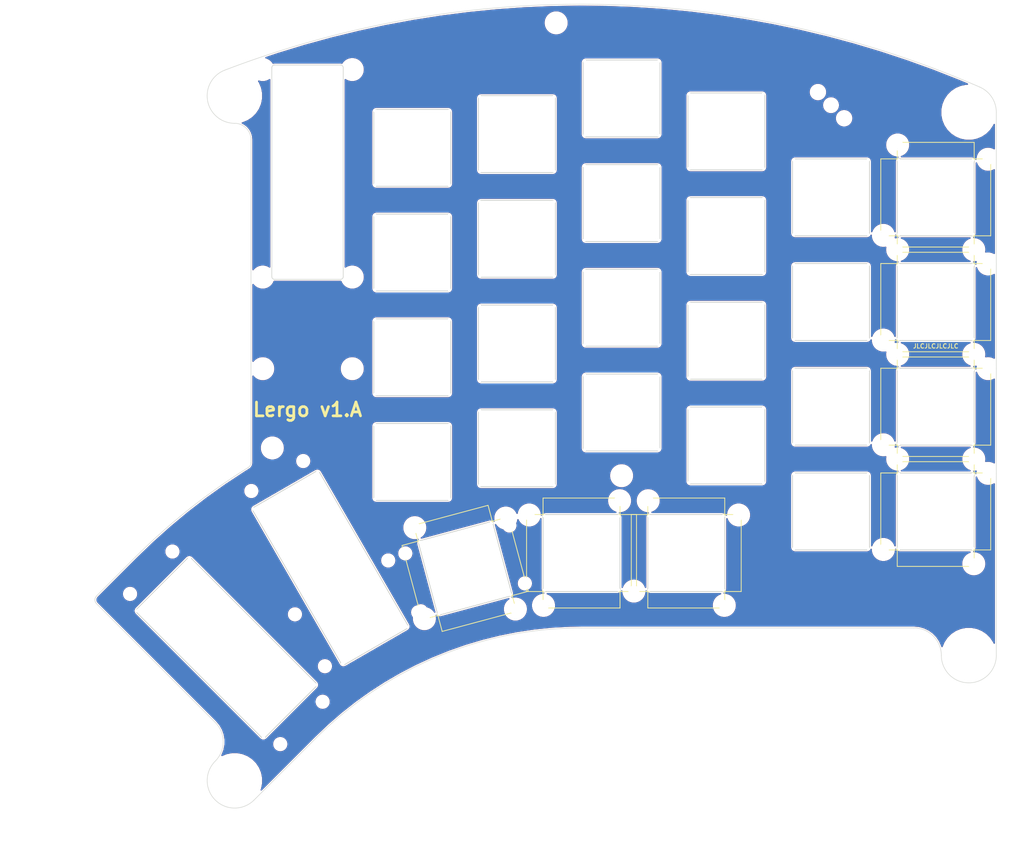
<source format=kicad_pcb>
(kicad_pcb (version 20171130) (host pcbnew 5.1.12-84ad8e8a86~92~ubuntu20.04.1)
  (title_block (title "Lergo default top plate, large cutouts") (date 2021-11-15) (rev v1.A) (company "Axel Voitier") (comment 1 "SPDX-License-Identifier: CERN-OHL-W-2.0") (comment 2 "Large cutouts variant") (comment 3 "Default Kyria layout variant"))
  (layers (0 F.Cu signal) (31 B.Cu signal) (34 B.Paste user hide) (35 F.Paste user hide) (36 B.SilkS user) (37 F.SilkS user) (38 B.Mask user hide) (39 F.Mask user hide) (44 Edge.Cuts user))
  (net 0 "")
  (module "Lergo Footprints:RollerEncoder_TopPlate" (layer F.Cu) (at 140.575 120.91 15)
    (fp_text reference REF**)
    (fp_text value RollerEncoder_Panasonic_EVQWGD001)
  )
  (module "Lergo Footprints:RollerEncoder_TopPlate" (layer F.Cu) (at 226.2 53.4)
    (fp_text reference REF**)
    (fp_text value RollerEncoder_Panasonic_EVQWGD001)
  )
  (module "Lergo Footprints:RollerEncoder_TopPlate" (layer F.Cu) (at 226.2 72.45)
    (fp_text reference REF**)
    (fp_text value RollerEncoder_Panasonic_EVQWGD001)
  )
  (module "Lergo Footprints:RollerEncoder_TopPlate" (layer F.Cu) (at 226.2 91.5)
    (fp_text reference REF**)
    (fp_text value RollerEncoder_Panasonic_EVQWGD001)
  )
  (module "Lergo Footprints:RollerEncoder_TopPlate" (layer F.Cu) (at 226.2 110.55)
    (fp_text reference REF**)
    (fp_text value RollerEncoder_Panasonic_EVQWGD001)
  )
  (module "Lergo Footprints:RollerEncoder_TopPlate" (layer F.Cu) (at 161.76 118.12)
    (fp_text reference REF**)
    (fp_text value RollerEncoder_Panasonic_EVQWGD001)
  )
  (module "Lergo Footprints:RollerEncoder_TopPlate" (layer F.Cu) (at 180.81 118.12)
    (fp_text reference REF**)
    (fp_text value RollerEncoder_Panasonic_EVQWGD001)
  )
  (module "Lergo Footprints:CherryMX_Lergo_v1_TopPlate_1u_Drilled" (layer F.Cu) (at 180.81 118.12)
    (fp_text reference SW2 hide)
    (fp_text value KEY_SWITCH hide)
    (fp_line (start 6.5 -7) (end -6.5 -7) (layer Edge.Cuts) (width 0.15))
    (fp_line (start -6.5 7) (end 6.5 7) (layer Edge.Cuts) (width 0.15))
    (fp_line (start -7 -6.5) (end -7 6.5) (layer Edge.Cuts) (width 0.15))
    (fp_line (start 7 6.5) (end 7 -6.5) (layer Edge.Cuts) (width 0.15))
    (fp_arc (start -6.5 6.5) (end -7 6.5) (angle -90) (layer Edge.Cuts) (width 0.15))
    (fp_arc (start 6.5 -6.5) (end 7 -6.5) (angle -90) (layer Edge.Cuts) (width 0.15))
    (fp_arc (start 6.5 6.5) (end 6.5 7) (angle -90) (layer Edge.Cuts) (width 0.15))
    (fp_arc (start -6.5 -6.5) (end -6.5 -7) (angle -90) (layer Edge.Cuts) (width 0.15))
    (pad "" np_thru_hole circle (at -9.525 6.92375 90) (size 2 2) (drill 2) (layers *.Cu *.Mask) (clearance 1.1))
    (pad "" np_thru_hole circle (at 9.525 -6.92375 90) (size 2 2) (drill 2) (layers *.Cu *.Mask) (clearance 1.1))
    (pad "" np_thru_hole circle (at -6.7 -6.7) (size 0.6 0.6) (drill 0.6) (layers *.Cu))
    (pad "" np_thru_hole circle (at 6.7 6.7) (size 0.6 0.6) (drill 0.6) (layers *.Cu))
    (pad "" np_thru_hole circle (at 6.7 -6.7) (size 0.6 0.6) (drill 0.6) (layers *.Cu))
    (pad "" np_thru_hole circle (at -6.7 6.7) (size 0.6 0.6) (drill 0.6) (layers *.Cu))
    (pad "" np_thru_hole circle (at 6.92375 9.525) (size 2 2) (drill 2) (layers *.Cu *.Mask) (clearance 1.1))
    (pad "" np_thru_hole circle (at -6.92375 -9.525) (size 2 2) (drill 2) (layers *.Cu *.Mask) (clearance 1.1))
  )
  (module "Lergo Footprints:CherryMX_Lergo_v1_TopPlate_1u_Drilled" (layer B.Cu) (at 161.76 118.12)
    (fp_text reference SW2 hide)
    (fp_text value KEY_SWITCH hide)
    (fp_line (start 6.5 7) (end -6.5 7) (layer Edge.Cuts) (width 0.15))
    (fp_line (start -6.5 -7) (end 6.5 -7) (layer Edge.Cuts) (width 0.15))
    (fp_line (start -7 6.5) (end -7 -6.5) (layer Edge.Cuts) (width 0.15))
    (fp_line (start 7 -6.5) (end 7 6.5) (layer Edge.Cuts) (width 0.15))
    (fp_arc (start -6.5 -6.5) (end -7 -6.5) (angle 90) (layer Edge.Cuts) (width 0.15))
    (fp_arc (start 6.5 6.5) (end 7 6.5) (angle 90) (layer Edge.Cuts) (width 0.15))
    (fp_arc (start 6.5 -6.5) (end 6.5 -7) (angle 90) (layer Edge.Cuts) (width 0.15))
    (fp_arc (start -6.5 6.5) (end -6.5 7) (angle 90) (layer Edge.Cuts) (width 0.15))
    (pad "" np_thru_hole circle (at -9.525 -6.92375 270) (size 2 2) (drill 2) (layers *.Cu *.Mask) (clearance 1.1))
    (pad "" np_thru_hole circle (at 9.525 6.92375 270) (size 2 2) (drill 2) (layers *.Cu *.Mask) (clearance 1.1))
    (pad "" np_thru_hole circle (at -6.7 6.7) (size 0.6 0.6) (drill 0.6) (layers *.Cu))
    (pad "" np_thru_hole circle (at 6.7 -6.7) (size 0.6 0.6) (drill 0.6) (layers *.Cu))
    (pad "" np_thru_hole circle (at 6.7 6.7) (size 0.6 0.6) (drill 0.6) (layers *.Cu))
    (pad "" np_thru_hole circle (at -6.7 -6.7) (size 0.6 0.6) (drill 0.6) (layers *.Cu))
    (pad "" np_thru_hole circle (at 6.92375 -9.525) (size 2 2) (drill 2) (layers *.Cu *.Mask) (clearance 1.1))
    (pad "" np_thru_hole circle (at -6.92375 9.525) (size 2 2) (drill 2) (layers *.Cu *.Mask) (clearance 1.1))
  )
  (module "Lergo Footprints:CherryMX_Lergo_v1_TopPlate_1u_Drilled" (layer F.Cu) (at 140.575 120.91 15)
    (fp_text reference SW2 hide)
    (fp_text value KEY_SWITCH hide)
    (fp_line (start 6.5 -7) (end -6.5 -7) (layer Edge.Cuts) (width 0.15))
    (fp_line (start -6.5 7) (end 6.5 7) (layer Edge.Cuts) (width 0.15))
    (fp_line (start -7 -6.5) (end -7 6.5) (layer Edge.Cuts) (width 0.15))
    (fp_line (start 7 6.5) (end 7 -6.5) (layer Edge.Cuts) (width 0.15))
    (fp_arc (start -6.5 6.5) (end -7 6.5) (angle -90) (layer Edge.Cuts) (width 0.15))
    (fp_arc (start 6.5 -6.5) (end 7 -6.5) (angle -90) (layer Edge.Cuts) (width 0.15))
    (fp_arc (start 6.5 6.5) (end 6.5 7) (angle -90) (layer Edge.Cuts) (width 0.15))
    (fp_arc (start -6.5 -6.5) (end -6.5 -7) (angle -90) (layer Edge.Cuts) (width 0.15))
    (pad "" np_thru_hole circle (at -9.525 6.92375 105) (size 2 2) (drill 2) (layers *.Cu *.Mask) (clearance 1.1))
    (pad "" np_thru_hole circle (at 9.525 -6.92375 105) (size 2 2) (drill 2) (layers *.Cu *.Mask) (clearance 1.1))
    (pad "" np_thru_hole circle (at -6.7 -6.7 15) (size 0.6 0.6) (drill 0.6) (layers *.Cu))
    (pad "" np_thru_hole circle (at 6.7 6.7 15) (size 0.6 0.6) (drill 0.6) (layers *.Cu))
    (pad "" np_thru_hole circle (at 6.7 -6.7 15) (size 0.6 0.6) (drill 0.6) (layers *.Cu))
    (pad "" np_thru_hole circle (at -6.7 6.7 15) (size 0.6 0.6) (drill 0.6) (layers *.Cu))
    (pad "" np_thru_hole circle (at 6.92375 9.525 15) (size 2 2) (drill 2) (layers *.Cu *.Mask) (clearance 1.1))
    (pad "" np_thru_hole circle (at -6.92375 -9.525 15) (size 2 2) (drill 2) (layers *.Cu *.Mask) (clearance 1.1))
  )
  (module "Lergo Footprints:CherryMX_Lergo_v1_TopPlate_1u_Drilled" (layer F.Cu) (at 226.2 110.55)
    (fp_text reference SW2 hide)
    (fp_text value KEY_SWITCH hide)
    (fp_line (start 6.5 -7) (end -6.5 -7) (layer Edge.Cuts) (width 0.15))
    (fp_line (start -6.5 7) (end 6.5 7) (layer Edge.Cuts) (width 0.15))
    (fp_line (start -7 -6.5) (end -7 6.5) (layer Edge.Cuts) (width 0.15))
    (fp_line (start 7 6.5) (end 7 -6.5) (layer Edge.Cuts) (width 0.15))
    (fp_arc (start -6.5 6.5) (end -7 6.5) (angle -90) (layer Edge.Cuts) (width 0.15))
    (fp_arc (start 6.5 -6.5) (end 7 -6.5) (angle -90) (layer Edge.Cuts) (width 0.15))
    (fp_arc (start 6.5 6.5) (end 6.5 7) (angle -90) (layer Edge.Cuts) (width 0.15))
    (fp_arc (start -6.5 -6.5) (end -6.5 -7) (angle -90) (layer Edge.Cuts) (width 0.15))
    (pad "" np_thru_hole circle (at -9.525 6.92375 90) (size 2 2) (drill 2) (layers *.Cu *.Mask) (clearance 1.1))
    (pad "" np_thru_hole circle (at 9.525 -6.92375 90) (size 2 2) (drill 2) (layers *.Cu *.Mask) (clearance 1.1))
    (pad "" np_thru_hole circle (at -6.7 -6.7) (size 0.6 0.6) (drill 0.6) (layers *.Cu))
    (pad "" np_thru_hole circle (at 6.7 6.7) (size 0.6 0.6) (drill 0.6) (layers *.Cu))
    (pad "" np_thru_hole circle (at 6.7 -6.7) (size 0.6 0.6) (drill 0.6) (layers *.Cu))
    (pad "" np_thru_hole circle (at -6.7 6.7) (size 0.6 0.6) (drill 0.6) (layers *.Cu))
    (pad "" np_thru_hole circle (at 6.92375 9.525) (size 2 2) (drill 2) (layers *.Cu *.Mask) (clearance 1.1))
    (pad "" np_thru_hole circle (at -6.92375 -9.525) (size 2 2) (drill 2) (layers *.Cu *.Mask) (clearance 1.1))
  )
  (module "Lergo Footprints:CherryMX_Lergo_v1_TopPlate_1u_Drilled" (layer F.Cu) (at 226.2 91.5)
    (fp_text reference SW2 hide)
    (fp_text value KEY_SWITCH hide)
    (fp_line (start 6.5 -7) (end -6.5 -7) (layer Edge.Cuts) (width 0.15))
    (fp_line (start -6.5 7) (end 6.5 7) (layer Edge.Cuts) (width 0.15))
    (fp_line (start -7 -6.5) (end -7 6.5) (layer Edge.Cuts) (width 0.15))
    (fp_line (start 7 6.5) (end 7 -6.5) (layer Edge.Cuts) (width 0.15))
    (fp_arc (start -6.5 6.5) (end -7 6.5) (angle -90) (layer Edge.Cuts) (width 0.15))
    (fp_arc (start 6.5 -6.5) (end 7 -6.5) (angle -90) (layer Edge.Cuts) (width 0.15))
    (fp_arc (start 6.5 6.5) (end 6.5 7) (angle -90) (layer Edge.Cuts) (width 0.15))
    (fp_arc (start -6.5 -6.5) (end -6.5 -7) (angle -90) (layer Edge.Cuts) (width 0.15))
    (pad "" np_thru_hole circle (at -9.525 6.92375 90) (size 2 2) (drill 2) (layers *.Cu *.Mask) (clearance 1.1))
    (pad "" np_thru_hole circle (at 9.525 -6.92375 90) (size 2 2) (drill 2) (layers *.Cu *.Mask) (clearance 1.1))
    (pad "" np_thru_hole circle (at -6.7 -6.7) (size 0.6 0.6) (drill 0.6) (layers *.Cu))
    (pad "" np_thru_hole circle (at 6.7 6.7) (size 0.6 0.6) (drill 0.6) (layers *.Cu))
    (pad "" np_thru_hole circle (at 6.7 -6.7) (size 0.6 0.6) (drill 0.6) (layers *.Cu))
    (pad "" np_thru_hole circle (at -6.7 6.7) (size 0.6 0.6) (drill 0.6) (layers *.Cu))
    (pad "" np_thru_hole circle (at 6.92375 9.525) (size 2 2) (drill 2) (layers *.Cu *.Mask) (clearance 1.1))
    (pad "" np_thru_hole circle (at -6.92375 -9.525) (size 2 2) (drill 2) (layers *.Cu *.Mask) (clearance 1.1))
  )
  (module "Lergo Footprints:CherryMX_Lergo_v1_TopPlate_1u_Drilled" (layer F.Cu) (at 226.2 72.45)
    (fp_text reference SW2 hide)
    (fp_text value KEY_SWITCH hide)
    (fp_line (start 6.5 -7) (end -6.5 -7) (layer Edge.Cuts) (width 0.15))
    (fp_line (start -6.5 7) (end 6.5 7) (layer Edge.Cuts) (width 0.15))
    (fp_line (start -7 -6.5) (end -7 6.5) (layer Edge.Cuts) (width 0.15))
    (fp_line (start 7 6.5) (end 7 -6.5) (layer Edge.Cuts) (width 0.15))
    (fp_arc (start -6.5 6.5) (end -7 6.5) (angle -90) (layer Edge.Cuts) (width 0.15))
    (fp_arc (start 6.5 -6.5) (end 7 -6.5) (angle -90) (layer Edge.Cuts) (width 0.15))
    (fp_arc (start 6.5 6.5) (end 6.5 7) (angle -90) (layer Edge.Cuts) (width 0.15))
    (fp_arc (start -6.5 -6.5) (end -6.5 -7) (angle -90) (layer Edge.Cuts) (width 0.15))
    (pad "" np_thru_hole circle (at -9.525 6.92375 90) (size 2 2) (drill 2) (layers *.Cu *.Mask) (clearance 1.1))
    (pad "" np_thru_hole circle (at 9.525 -6.92375 90) (size 2 2) (drill 2) (layers *.Cu *.Mask) (clearance 1.1))
    (pad "" np_thru_hole circle (at -6.7 -6.7) (size 0.6 0.6) (drill 0.6) (layers *.Cu))
    (pad "" np_thru_hole circle (at 6.7 6.7) (size 0.6 0.6) (drill 0.6) (layers *.Cu))
    (pad "" np_thru_hole circle (at 6.7 -6.7) (size 0.6 0.6) (drill 0.6) (layers *.Cu))
    (pad "" np_thru_hole circle (at -6.7 6.7) (size 0.6 0.6) (drill 0.6) (layers *.Cu))
    (pad "" np_thru_hole circle (at 6.92375 9.525) (size 2 2) (drill 2) (layers *.Cu *.Mask) (clearance 1.1))
    (pad "" np_thru_hole circle (at -6.92375 -9.525) (size 2 2) (drill 2) (layers *.Cu *.Mask) (clearance 1.1))
  )
  (module "Lergo Footprints:CherryMX_Lergo_v1_TopPlate_1u_Drilled" (layer F.Cu) (at 226.2 53.4)
    (fp_text reference SW2 hide)
    (fp_text value KEY_SWITCH hide)
    (fp_line (start 6.5 -7) (end -6.5 -7) (layer Edge.Cuts) (width 0.15))
    (fp_line (start -6.5 7) (end 6.5 7) (layer Edge.Cuts) (width 0.15))
    (fp_line (start -7 -6.5) (end -7 6.5) (layer Edge.Cuts) (width 0.15))
    (fp_line (start 7 6.5) (end 7 -6.5) (layer Edge.Cuts) (width 0.15))
    (fp_arc (start -6.5 6.5) (end -7 6.5) (angle -90) (layer Edge.Cuts) (width 0.15))
    (fp_arc (start 6.5 -6.5) (end 7 -6.5) (angle -90) (layer Edge.Cuts) (width 0.15))
    (fp_arc (start 6.5 6.5) (end 6.5 7) (angle -90) (layer Edge.Cuts) (width 0.15))
    (fp_arc (start -6.5 -6.5) (end -6.5 -7) (angle -90) (layer Edge.Cuts) (width 0.15))
    (pad "" np_thru_hole circle (at -9.525 6.92375 90) (size 2 2) (drill 2) (layers *.Cu *.Mask) (clearance 1.1))
    (pad "" np_thru_hole circle (at 9.525 -6.92375 90) (size 2 2) (drill 2) (layers *.Cu *.Mask) (clearance 1.1))
    (pad "" np_thru_hole circle (at -6.7 -6.7) (size 0.6 0.6) (drill 0.6) (layers *.Cu))
    (pad "" np_thru_hole circle (at 6.7 6.7) (size 0.6 0.6) (drill 0.6) (layers *.Cu))
    (pad "" np_thru_hole circle (at 6.7 -6.7) (size 0.6 0.6) (drill 0.6) (layers *.Cu))
    (pad "" np_thru_hole circle (at -6.7 6.7) (size 0.6 0.6) (drill 0.6) (layers *.Cu))
    (pad "" np_thru_hole circle (at 6.92375 9.525) (size 2 2) (drill 2) (layers *.Cu *.Mask) (clearance 1.1))
    (pad "" np_thru_hole circle (at -6.92375 -9.525) (size 2 2) (drill 2) (layers *.Cu *.Mask) (clearance 1.1))
  )
  (module "Lergo Footprints:Pimoroni_Trackball" (layer F.Cu) (at 90.399165 128.632384 135)
    (fp_text reference REF**)
    (fp_text value Pimoroni_Trackball)
    (pad "" np_thru_hole circle (at -9.8 -5.45 135) (size 2.2 2.2) (drill 2.2) (layers *.Cu *.Mask))
    (pad "" np_thru_hole circle (at 9.8 -5.45 135) (size 2.2 2.2) (drill 2.2) (layers *.Cu *.Mask))
    (pad "" np_thru_hole circle (at -9.8 5.45 135) (size 2.2 2.2) (drill 2.2) (layers *.Cu *.Mask))
    (pad "" np_thru_hole circle (at 9.8 5.45 135) (size 2.2 2.2) (drill 2.2) (layers *.Cu *.Mask))
  )
  (module "Lergo Footprints:Pimoroni_Trackball" (layer F.Cu) (at 111.300382 112.594317 300)
    (fp_text reference REF**)
    (fp_text value Pimoroni_Trackball)
    (pad "" np_thru_hole circle (at 9.8 5.45 300) (size 2.2 2.2) (drill 2.2) (layers *.Cu *.Mask))
    (pad "" np_thru_hole circle (at -9.8 5.45 300) (size 2.2 2.2) (drill 2.2) (layers *.Cu *.Mask))
    (pad "" np_thru_hole circle (at 9.8 -5.45 300) (size 2.2 2.2) (drill 2.2) (layers *.Cu *.Mask))
    (pad "" np_thru_hole circle (at -9.8 -5.45 300) (size 2.2 2.2) (drill 2.2) (layers *.Cu *.Mask))
  )
  (module "Lergo Footprints:Pimoroni_Trackball" (layer F.Cu) (at 103.869549 142.102768 315)
    (fp_text reference REF**)
    (fp_text value Pimoroni_Trackball)
    (pad "" np_thru_hole circle (at 9.8 5.45 315) (size 2.2 2.2) (drill 2.2) (layers *.Cu *.Mask))
    (pad "" np_thru_hole circle (at -9.8 5.45 315) (size 2.2 2.2) (drill 2.2) (layers *.Cu *.Mask))
    (pad "" np_thru_hole circle (at 9.8 -5.45 315) (size 2.2 2.2) (drill 2.2) (layers *.Cu *.Mask))
    (pad "" np_thru_hole circle (at -9.8 -5.45 315) (size 2.2 2.2) (drill 2.2) (layers *.Cu *.Mask))
  )
  (module "Lergo Footprints:Pimoroni_Trackball" (layer F.Cu) (at 120.825382 129.092101 30)
    (fp_text reference REF**)
    (fp_text value Pimoroni_Trackball)
    (pad "" np_thru_hole circle (at -9.8 -5.45 30) (size 2.2 2.2) (drill 2.2) (layers *.Cu *.Mask))
    (pad "" np_thru_hole circle (at 9.8 -5.45 30) (size 2.2 2.2) (drill 2.2) (layers *.Cu *.Mask))
    (pad "" np_thru_hole circle (at -9.8 5.45 30) (size 2.2 2.2) (drill 2.2) (layers *.Cu *.Mask))
    (pad "" np_thru_hole circle (at 9.8 5.45 30) (size 2.2 2.2) (drill 2.2) (layers *.Cu *.Mask))
  )
  (module "Lergo Footprints:Pimoroni_Trackball" (layer F.Cu) (at 140.570866 120.913253 15)
    (fp_text reference REF**)
    (fp_text value Pimoroni_Trackball)
    (pad "" np_thru_hole circle (at 9.8 5.45 15) (size 2.2 2.2) (drill 2.2) (layers *.Cu *.Mask))
    (pad "" np_thru_hole circle (at -9.8 5.45 15) (size 2.2 2.2) (drill 2.2) (layers *.Cu *.Mask))
    (pad "" np_thru_hole circle (at 9.8 -5.45 15) (size 2.2 2.2) (drill 2.2) (layers *.Cu *.Mask))
    (pad "" np_thru_hole circle (at -9.8 -5.45 15) (size 2.2 2.2) (drill 2.2) (layers *.Cu *.Mask))
  )
  (module "Lergo Footprints:CherryMX_Lergo_v1_TopPlate_2u_1u" (layer F.Cu) (at 116.057845 120.838155 210)
    (fp_text reference SW2 hide)
    (fp_text value KEY_SWITCH hide)
    (fp_line (start -7 -16.025) (end -7 0) (layer Edge.Cuts) (width 0.15))
    (fp_line (start 6.5 -16.525) (end -6.5 -16.525) (layer Edge.Cuts) (width 0.15))
    (fp_line (start 7 0) (end 7 -16.025) (layer Edge.Cuts) (width 0.15))
    (fp_line (start -7 0) (end -7 16.025) (layer Edge.Cuts) (width 0.15))
    (fp_line (start -6.5 16.525) (end 6.5 16.525) (layer Edge.Cuts) (width 0.15))
    (fp_line (start 7 16.025) (end 7 0) (layer Edge.Cuts) (width 0.15))
    (fp_arc (start 6.5 -16.025) (end 7 -16.025) (angle -90) (layer Edge.Cuts) (width 0.15))
    (fp_arc (start -6.5 -16.025) (end -6.5 -16.525) (angle -90) (layer Edge.Cuts) (width 0.15))
    (fp_arc (start -6.5 16.025) (end -7 16.025) (angle -90) (layer Edge.Cuts) (width 0.15))
    (fp_arc (start 6.5 16.025) (end 6.5 16.525) (angle -90) (layer Edge.Cuts) (width 0.15))
    (pad "" np_thru_hole circle (at -6.7 -16.225 210) (size 0.6 0.6) (drill 0.6) (layers *.Cu))
    (pad "" np_thru_hole circle (at 6.7 -16.225 210) (size 0.6 0.6) (drill 0.6) (layers *.Cu))
    (pad "" np_thru_hole circle (at 6.7 16.225 210) (size 0.6 0.6) (drill 0.6) (layers *.Cu))
    (pad "" np_thru_hole circle (at -6.7 16.225 210) (size 0.6 0.6) (drill 0.6) (layers *.Cu))
  )
  (module "Lergo Footprints:M5_with_washer_and_board" (layer F.Cu) (at 237.220381 136.74)
    (fp_text reference REF** hide)
    (fp_text value MountingHole_2.2mm_M2_ISO14580 hide)
    (pad "" np_thru_hole circle (at -5 0) (size 5.3 5.3) (drill 5.3) (layers *.Cu *.Mask) (clearance 2.35))
  )
  (module "Lergo Footprints:M5_with_washer_and_board" (layer F.Cu) (at 102.174433 163.064671 315)
    (fp_text reference REF** hide)
    (fp_text value MountingHole_2.2mm_M2_ISO14580 hide)
    (pad "" np_thru_hole circle (at -5 0 315) (size 5.3 5.3) (drill 5.3) (layers *.Cu *.Mask) (clearance 2.35))
  )
  (module "Lergo Footprints:M5_with_washer" (layer F.Cu) (at 98.638899 34.932171 90)
    (fp_text reference REF** hide)
    (fp_text value MountingHole_2.2mm_M2_ISO14580 hide)
    (pad "" np_thru_hole circle (at 0 0 90) (size 5.3 5.3) (drill 5.3) (layers *.Cu *.Mask) (clearance 2.35))
  )
  (module "Lergo Footprints:M5_with_washer" (layer F.Cu) (at 232.220381 37.928844)
    (fp_text reference REF** hide)
    (fp_text value MountingHole_2.2mm_M2_ISO14580 hide)
    (pad "" np_thru_hole circle (at 0 0) (size 5.3 5.3) (drill 5.3) (layers *.Cu *.Mask) (clearance 2.35))
  )
  (module "Lergo Footprints:JLCBCB_OrderNumber" (layer F.Cu) (at 226.2 80.475 180)
    (fp_text reference JLCJLCJLCJLC (at 0 0) (layer F.SilkS) (effects (font (size 0.8 0.8))))
    (fp_text value JLCBCB_OrderNumber)
  )
  (module "Lergo Footprints:SK6812_Bit_Bottom" (layer F.Cu) (at 207.15 36.6375)
    (fp_text reference SW2 hide)
    (fp_text value KEY_SWITCH hide)
    (pad "" np_thru_hole circle (at 2.38125 2.38125) (size 1.2 1.2) (drill 1.2) (layers *.Cu *.Mask) (clearance 0.9))
    (pad "" np_thru_hole circle (at -2.38125 -2.38125) (size 1.2 1.2) (drill 1.2) (layers *.Cu *.Mask) (clearance 0.9))
    (pad "" np_thru_hole circle (at 0 0) (size 2.5 2.5) (drill 2.5) (layers *.Cu *.Mask))
  )
  (module "Lergo Footprints:CherryMX_Lergo_v1_TopPlate_2u_1u" (layer F.Cu) (at 97.135413 135.364647 225)
    (fp_text reference SW2 hide)
    (fp_text value KEY_SWITCH hide)
    (fp_line (start -7 -16.025) (end -7 0) (layer Edge.Cuts) (width 0.15))
    (fp_line (start 6.5 -16.525) (end -6.5 -16.525) (layer Edge.Cuts) (width 0.15))
    (fp_line (start 7 0) (end 7 -16.025) (layer Edge.Cuts) (width 0.15))
    (fp_line (start -7 0) (end -7 16.025) (layer Edge.Cuts) (width 0.15))
    (fp_line (start -6.5 16.525) (end 6.5 16.525) (layer Edge.Cuts) (width 0.15))
    (fp_line (start 7 16.025) (end 7 0) (layer Edge.Cuts) (width 0.15))
    (fp_arc (start 6.5 -16.025) (end 7 -16.025) (angle -90) (layer Edge.Cuts) (width 0.15))
    (fp_arc (start -6.5 -16.025) (end -6.5 -16.525) (angle -90) (layer Edge.Cuts) (width 0.15))
    (fp_arc (start -6.5 16.025) (end -7 16.025) (angle -90) (layer Edge.Cuts) (width 0.15))
    (fp_arc (start 6.5 16.025) (end 6.5 16.525) (angle -90) (layer Edge.Cuts) (width 0.15))
    (pad "" np_thru_hole circle (at -6.7 -16.225 225) (size 0.6 0.6) (drill 0.6) (layers *.Cu))
    (pad "" np_thru_hole circle (at 6.7 -16.225 225) (size 0.6 0.6) (drill 0.6) (layers *.Cu))
    (pad "" np_thru_hole circle (at 6.7 16.225 225) (size 0.6 0.6) (drill 0.6) (layers *.Cu))
    (pad "" np_thru_hole circle (at -6.7 16.225 225) (size 0.6 0.6) (drill 0.6) (layers *.Cu))
  )
  (module "Lergo Footprints:CherryMX_Lergo_v1_TopPlate_1u" (layer F.Cu) (at 150 60.95)
    (fp_text reference SW2 hide)
    (fp_text value KEY_SWITCH hide)
    (fp_line (start 6.5 -7) (end -6.5 -7) (layer Edge.Cuts) (width 0.15))
    (fp_line (start 7 6.5) (end 7 -6.5) (layer Edge.Cuts) (width 0.15))
    (fp_line (start -6.5 7) (end 6.5 7) (layer Edge.Cuts) (width 0.15))
    (fp_line (start -7 -6.5) (end -7 6.5) (layer Edge.Cuts) (width 0.15))
    (fp_arc (start 6.5 6.5) (end 6.5 7) (angle -90) (layer Edge.Cuts) (width 0.15))
    (fp_arc (start -6.5 6.5) (end -7 6.5) (angle -90) (layer Edge.Cuts) (width 0.15))
    (fp_arc (start -6.5 -6.5) (end -6.5 -7) (angle -90) (layer Edge.Cuts) (width 0.15))
    (fp_arc (start 6.5 -6.5) (end 7 -6.5) (angle -90) (layer Edge.Cuts) (width 0.15))
    (pad "" np_thru_hole circle (at -6.7 6.7) (size 0.6 0.6) (drill 0.6) (layers *.Cu))
    (pad "" np_thru_hole circle (at 6.7 6.7) (size 0.6 0.6) (drill 0.6) (layers *.Cu))
    (pad "" np_thru_hole circle (at 6.7 -6.7) (size 0.6 0.6) (drill 0.6) (layers *.Cu))
    (pad "" np_thru_hole circle (at -6.7 -6.7) (size 0.6 0.6) (drill 0.6) (layers *.Cu))
  )
  (module "Lergo Footprints:CherryMX_Lergo_v1_TopPlate_1u" (layer F.Cu) (at 207.15 72.45)
    (fp_text reference SW2 hide)
    (fp_text value KEY_SWITCH hide)
    (fp_line (start 6.5 -7) (end -6.5 -7) (layer Edge.Cuts) (width 0.15))
    (fp_line (start 7 6.5) (end 7 -6.5) (layer Edge.Cuts) (width 0.15))
    (fp_line (start -6.5 7) (end 6.5 7) (layer Edge.Cuts) (width 0.15))
    (fp_line (start -7 -6.5) (end -7 6.5) (layer Edge.Cuts) (width 0.15))
    (fp_arc (start 6.5 6.5) (end 6.5 7) (angle -90) (layer Edge.Cuts) (width 0.15))
    (fp_arc (start -6.5 6.5) (end -7 6.5) (angle -90) (layer Edge.Cuts) (width 0.15))
    (fp_arc (start -6.5 -6.5) (end -6.5 -7) (angle -90) (layer Edge.Cuts) (width 0.15))
    (fp_arc (start 6.5 -6.5) (end 7 -6.5) (angle -90) (layer Edge.Cuts) (width 0.15))
    (pad "" np_thru_hole circle (at -6.7 6.7) (size 0.6 0.6) (drill 0.6) (layers *.Cu))
    (pad "" np_thru_hole circle (at 6.7 6.7) (size 0.6 0.6) (drill 0.6) (layers *.Cu))
    (pad "" np_thru_hole circle (at 6.7 -6.7) (size 0.6 0.6) (drill 0.6) (layers *.Cu))
    (pad "" np_thru_hole circle (at -6.7 -6.7) (size 0.6 0.6) (drill 0.6) (layers *.Cu))
  )
  (module "Lergo Footprints:CherryMX_Lergo_v1_TopPlate_1u" (layer F.Cu) (at 207.15 91.5)
    (fp_text reference SW2 hide)
    (fp_text value KEY_SWITCH hide)
    (fp_line (start 6.5 -7) (end -6.5 -7) (layer Edge.Cuts) (width 0.15))
    (fp_line (start 7 6.5) (end 7 -6.5) (layer Edge.Cuts) (width 0.15))
    (fp_line (start -6.5 7) (end 6.5 7) (layer Edge.Cuts) (width 0.15))
    (fp_line (start -7 -6.5) (end -7 6.5) (layer Edge.Cuts) (width 0.15))
    (fp_arc (start 6.5 6.5) (end 6.5 7) (angle -90) (layer Edge.Cuts) (width 0.15))
    (fp_arc (start -6.5 6.5) (end -7 6.5) (angle -90) (layer Edge.Cuts) (width 0.15))
    (fp_arc (start -6.5 -6.5) (end -6.5 -7) (angle -90) (layer Edge.Cuts) (width 0.15))
    (fp_arc (start 6.5 -6.5) (end 7 -6.5) (angle -90) (layer Edge.Cuts) (width 0.15))
    (pad "" np_thru_hole circle (at -6.7 6.7) (size 0.6 0.6) (drill 0.6) (layers *.Cu))
    (pad "" np_thru_hole circle (at 6.7 6.7) (size 0.6 0.6) (drill 0.6) (layers *.Cu))
    (pad "" np_thru_hole circle (at 6.7 -6.7) (size 0.6 0.6) (drill 0.6) (layers *.Cu))
    (pad "" np_thru_hole circle (at -6.7 -6.7) (size 0.6 0.6) (drill 0.6) (layers *.Cu))
  )
  (module "Lergo Footprints:CherryMX_Lergo_v1_TopPlate_1u" (layer F.Cu) (at 188.1 79.5)
    (fp_text reference SW2 hide)
    (fp_text value KEY_SWITCH hide)
    (fp_line (start 6.5 -7) (end -6.5 -7) (layer Edge.Cuts) (width 0.15))
    (fp_line (start 7 6.5) (end 7 -6.5) (layer Edge.Cuts) (width 0.15))
    (fp_line (start -6.5 7) (end 6.5 7) (layer Edge.Cuts) (width 0.15))
    (fp_line (start -7 -6.5) (end -7 6.5) (layer Edge.Cuts) (width 0.15))
    (fp_arc (start 6.5 6.5) (end 6.5 7) (angle -90) (layer Edge.Cuts) (width 0.15))
    (fp_arc (start -6.5 6.5) (end -7 6.5) (angle -90) (layer Edge.Cuts) (width 0.15))
    (fp_arc (start -6.5 -6.5) (end -6.5 -7) (angle -90) (layer Edge.Cuts) (width 0.15))
    (fp_arc (start 6.5 -6.5) (end 7 -6.5) (angle -90) (layer Edge.Cuts) (width 0.15))
    (pad "" np_thru_hole circle (at -6.7 6.7) (size 0.6 0.6) (drill 0.6) (layers *.Cu))
    (pad "" np_thru_hole circle (at 6.7 6.7) (size 0.6 0.6) (drill 0.6) (layers *.Cu))
    (pad "" np_thru_hole circle (at 6.7 -6.7) (size 0.6 0.6) (drill 0.6) (layers *.Cu))
    (pad "" np_thru_hole circle (at -6.7 -6.7) (size 0.6 0.6) (drill 0.6) (layers *.Cu))
  )
  (module "Lergo Footprints:CherryMX_Lergo_v1_TopPlate_1u" (layer F.Cu) (at 169.05 73.5)
    (fp_text reference SW2 hide)
    (fp_text value KEY_SWITCH hide)
    (fp_line (start 6.5 -7) (end -6.5 -7) (layer Edge.Cuts) (width 0.15))
    (fp_line (start 7 6.5) (end 7 -6.5) (layer Edge.Cuts) (width 0.15))
    (fp_line (start -6.5 7) (end 6.5 7) (layer Edge.Cuts) (width 0.15))
    (fp_line (start -7 -6.5) (end -7 6.5) (layer Edge.Cuts) (width 0.15))
    (fp_arc (start 6.5 6.5) (end 6.5 7) (angle -90) (layer Edge.Cuts) (width 0.15))
    (fp_arc (start -6.5 6.5) (end -7 6.5) (angle -90) (layer Edge.Cuts) (width 0.15))
    (fp_arc (start -6.5 -6.5) (end -6.5 -7) (angle -90) (layer Edge.Cuts) (width 0.15))
    (fp_arc (start 6.5 -6.5) (end 7 -6.5) (angle -90) (layer Edge.Cuts) (width 0.15))
    (pad "" np_thru_hole circle (at -6.7 6.7) (size 0.6 0.6) (drill 0.6) (layers *.Cu))
    (pad "" np_thru_hole circle (at 6.7 6.7) (size 0.6 0.6) (drill 0.6) (layers *.Cu))
    (pad "" np_thru_hole circle (at 6.7 -6.7) (size 0.6 0.6) (drill 0.6) (layers *.Cu))
    (pad "" np_thru_hole circle (at -6.7 -6.7) (size 0.6 0.6) (drill 0.6) (layers *.Cu))
  )
  (module "Lergo Footprints:CherryMX_Lergo_v1_TopPlate_1u" (layer F.Cu) (at 130.95 82.5)
    (fp_text reference SW2 hide)
    (fp_text value KEY_SWITCH hide)
    (fp_line (start 6.5 -7) (end -6.5 -7) (layer Edge.Cuts) (width 0.15))
    (fp_line (start 7 6.5) (end 7 -6.5) (layer Edge.Cuts) (width 0.15))
    (fp_line (start -6.5 7) (end 6.5 7) (layer Edge.Cuts) (width 0.15))
    (fp_line (start -7 -6.5) (end -7 6.5) (layer Edge.Cuts) (width 0.15))
    (fp_arc (start 6.5 6.5) (end 6.5 7) (angle -90) (layer Edge.Cuts) (width 0.15))
    (fp_arc (start -6.5 6.5) (end -7 6.5) (angle -90) (layer Edge.Cuts) (width 0.15))
    (fp_arc (start -6.5 -6.5) (end -6.5 -7) (angle -90) (layer Edge.Cuts) (width 0.15))
    (fp_arc (start 6.5 -6.5) (end 7 -6.5) (angle -90) (layer Edge.Cuts) (width 0.15))
    (pad "" np_thru_hole circle (at -6.7 6.7) (size 0.6 0.6) (drill 0.6) (layers *.Cu))
    (pad "" np_thru_hole circle (at 6.7 6.7) (size 0.6 0.6) (drill 0.6) (layers *.Cu))
    (pad "" np_thru_hole circle (at 6.7 -6.7) (size 0.6 0.6) (drill 0.6) (layers *.Cu))
    (pad "" np_thru_hole circle (at -6.7 -6.7) (size 0.6 0.6) (drill 0.6) (layers *.Cu))
  )
  (module "Lergo Footprints:CherryMX_Lergo_v1_TopPlate_1u" (layer F.Cu) (at 150 80)
    (fp_text reference SW2 hide)
    (fp_text value KEY_SWITCH hide)
    (fp_line (start 6.5 -7) (end -6.5 -7) (layer Edge.Cuts) (width 0.15))
    (fp_line (start 7 6.5) (end 7 -6.5) (layer Edge.Cuts) (width 0.15))
    (fp_line (start -6.5 7) (end 6.5 7) (layer Edge.Cuts) (width 0.15))
    (fp_line (start -7 -6.5) (end -7 6.5) (layer Edge.Cuts) (width 0.15))
    (fp_arc (start 6.5 6.5) (end 6.5 7) (angle -90) (layer Edge.Cuts) (width 0.15))
    (fp_arc (start -6.5 6.5) (end -7 6.5) (angle -90) (layer Edge.Cuts) (width 0.15))
    (fp_arc (start -6.5 -6.5) (end -6.5 -7) (angle -90) (layer Edge.Cuts) (width 0.15))
    (fp_arc (start 6.5 -6.5) (end 7 -6.5) (angle -90) (layer Edge.Cuts) (width 0.15))
    (pad "" np_thru_hole circle (at -6.7 6.7) (size 0.6 0.6) (drill 0.6) (layers *.Cu))
    (pad "" np_thru_hole circle (at 6.7 6.7) (size 0.6 0.6) (drill 0.6) (layers *.Cu))
    (pad "" np_thru_hole circle (at 6.7 -6.7) (size 0.6 0.6) (drill 0.6) (layers *.Cu))
    (pad "" np_thru_hole circle (at -6.7 -6.7) (size 0.6 0.6) (drill 0.6) (layers *.Cu))
  )
  (module "Lergo Footprints:CherryMX_Lergo_v1_TopPlate_1u" (layer F.Cu) (at 130.95 101.55)
    (fp_text reference SW2 hide)
    (fp_text value KEY_SWITCH hide)
    (fp_line (start 6.5 -7) (end -6.5 -7) (layer Edge.Cuts) (width 0.15))
    (fp_line (start 7 6.5) (end 7 -6.5) (layer Edge.Cuts) (width 0.15))
    (fp_line (start -6.5 7) (end 6.5 7) (layer Edge.Cuts) (width 0.15))
    (fp_line (start -7 -6.5) (end -7 6.5) (layer Edge.Cuts) (width 0.15))
    (fp_arc (start 6.5 6.5) (end 6.5 7) (angle -90) (layer Edge.Cuts) (width 0.15))
    (fp_arc (start -6.5 6.5) (end -7 6.5) (angle -90) (layer Edge.Cuts) (width 0.15))
    (fp_arc (start -6.5 -6.5) (end -6.5 -7) (angle -90) (layer Edge.Cuts) (width 0.15))
    (fp_arc (start 6.5 -6.5) (end 7 -6.5) (angle -90) (layer Edge.Cuts) (width 0.15))
    (pad "" np_thru_hole circle (at -6.7 6.7) (size 0.6 0.6) (drill 0.6) (layers *.Cu))
    (pad "" np_thru_hole circle (at 6.7 6.7) (size 0.6 0.6) (drill 0.6) (layers *.Cu))
    (pad "" np_thru_hole circle (at 6.7 -6.7) (size 0.6 0.6) (drill 0.6) (layers *.Cu))
    (pad "" np_thru_hole circle (at -6.7 -6.7) (size 0.6 0.6) (drill 0.6) (layers *.Cu))
  )
  (module "Lergo Footprints:CherryMX_Lergo_v1_TopPlate_1u" (layer F.Cu) (at 130.95 63.45)
    (fp_text reference SW2 hide)
    (fp_text value KEY_SWITCH hide)
    (fp_line (start 6.5 -7) (end -6.5 -7) (layer Edge.Cuts) (width 0.15))
    (fp_line (start 7 6.5) (end 7 -6.5) (layer Edge.Cuts) (width 0.15))
    (fp_line (start -6.5 7) (end 6.5 7) (layer Edge.Cuts) (width 0.15))
    (fp_line (start -7 -6.5) (end -7 6.5) (layer Edge.Cuts) (width 0.15))
    (fp_arc (start 6.5 6.5) (end 6.5 7) (angle -90) (layer Edge.Cuts) (width 0.15))
    (fp_arc (start -6.5 6.5) (end -7 6.5) (angle -90) (layer Edge.Cuts) (width 0.15))
    (fp_arc (start -6.5 -6.5) (end -6.5 -7) (angle -90) (layer Edge.Cuts) (width 0.15))
    (fp_arc (start 6.5 -6.5) (end 7 -6.5) (angle -90) (layer Edge.Cuts) (width 0.15))
    (pad "" np_thru_hole circle (at -6.7 6.7) (size 0.6 0.6) (drill 0.6) (layers *.Cu))
    (pad "" np_thru_hole circle (at 6.7 6.7) (size 0.6 0.6) (drill 0.6) (layers *.Cu))
    (pad "" np_thru_hole circle (at 6.7 -6.7) (size 0.6 0.6) (drill 0.6) (layers *.Cu))
    (pad "" np_thru_hole circle (at -6.7 -6.7) (size 0.6 0.6) (drill 0.6) (layers *.Cu))
  )
  (module "Lergo Footprints:CherryMX_Lergo_v1_TopPlate_1u" (layer F.Cu) (at 150 41.9)
    (fp_text reference SW2 hide)
    (fp_text value KEY_SWITCH hide)
    (fp_line (start 6.5 -7) (end -6.5 -7) (layer Edge.Cuts) (width 0.15))
    (fp_line (start 7 6.5) (end 7 -6.5) (layer Edge.Cuts) (width 0.15))
    (fp_line (start -6.5 7) (end 6.5 7) (layer Edge.Cuts) (width 0.15))
    (fp_line (start -7 -6.5) (end -7 6.5) (layer Edge.Cuts) (width 0.15))
    (fp_arc (start 6.5 6.5) (end 6.5 7) (angle -90) (layer Edge.Cuts) (width 0.15))
    (fp_arc (start -6.5 6.5) (end -7 6.5) (angle -90) (layer Edge.Cuts) (width 0.15))
    (fp_arc (start -6.5 -6.5) (end -6.5 -7) (angle -90) (layer Edge.Cuts) (width 0.15))
    (fp_arc (start 6.5 -6.5) (end 7 -6.5) (angle -90) (layer Edge.Cuts) (width 0.15))
    (pad "" np_thru_hole circle (at -6.7 6.7) (size 0.6 0.6) (drill 0.6) (layers *.Cu))
    (pad "" np_thru_hole circle (at 6.7 6.7) (size 0.6 0.6) (drill 0.6) (layers *.Cu))
    (pad "" np_thru_hole circle (at 6.7 -6.7) (size 0.6 0.6) (drill 0.6) (layers *.Cu))
    (pad "" np_thru_hole circle (at -6.7 -6.7) (size 0.6 0.6) (drill 0.6) (layers *.Cu))
  )
  (module "Lergo Footprints:CherryMX_Lergo_v1_TopPlate_1u" (layer F.Cu) (at 169.05 92.55)
    (fp_text reference SW2 hide)
    (fp_text value KEY_SWITCH hide)
    (fp_line (start 6.5 -7) (end -6.5 -7) (layer Edge.Cuts) (width 0.15))
    (fp_line (start 7 6.5) (end 7 -6.5) (layer Edge.Cuts) (width 0.15))
    (fp_line (start -6.5 7) (end 6.5 7) (layer Edge.Cuts) (width 0.15))
    (fp_line (start -7 -6.5) (end -7 6.5) (layer Edge.Cuts) (width 0.15))
    (fp_arc (start 6.5 6.5) (end 6.5 7) (angle -90) (layer Edge.Cuts) (width 0.15))
    (fp_arc (start -6.5 6.5) (end -7 6.5) (angle -90) (layer Edge.Cuts) (width 0.15))
    (fp_arc (start -6.5 -6.5) (end -6.5 -7) (angle -90) (layer Edge.Cuts) (width 0.15))
    (fp_arc (start 6.5 -6.5) (end 7 -6.5) (angle -90) (layer Edge.Cuts) (width 0.15))
    (pad "" np_thru_hole circle (at -6.7 6.7) (size 0.6 0.6) (drill 0.6) (layers *.Cu))
    (pad "" np_thru_hole circle (at 6.7 6.7) (size 0.6 0.6) (drill 0.6) (layers *.Cu))
    (pad "" np_thru_hole circle (at 6.7 -6.7) (size 0.6 0.6) (drill 0.6) (layers *.Cu))
    (pad "" np_thru_hole circle (at -6.7 -6.7) (size 0.6 0.6) (drill 0.6) (layers *.Cu))
  )
  (module "Lergo Footprints:CherryMX_Lergo_v1_TopPlate_1u" (layer F.Cu) (at 169.05 54.45)
    (fp_text reference SW2 hide)
    (fp_text value KEY_SWITCH hide)
    (fp_line (start 6.5 -7) (end -6.5 -7) (layer Edge.Cuts) (width 0.15))
    (fp_line (start 7 6.5) (end 7 -6.5) (layer Edge.Cuts) (width 0.15))
    (fp_line (start -6.5 7) (end 6.5 7) (layer Edge.Cuts) (width 0.15))
    (fp_line (start -7 -6.5) (end -7 6.5) (layer Edge.Cuts) (width 0.15))
    (fp_arc (start 6.5 6.5) (end 6.5 7) (angle -90) (layer Edge.Cuts) (width 0.15))
    (fp_arc (start -6.5 6.5) (end -7 6.5) (angle -90) (layer Edge.Cuts) (width 0.15))
    (fp_arc (start -6.5 -6.5) (end -6.5 -7) (angle -90) (layer Edge.Cuts) (width 0.15))
    (fp_arc (start 6.5 -6.5) (end 7 -6.5) (angle -90) (layer Edge.Cuts) (width 0.15))
    (pad "" np_thru_hole circle (at -6.7 6.7) (size 0.6 0.6) (drill 0.6) (layers *.Cu))
    (pad "" np_thru_hole circle (at 6.7 6.7) (size 0.6 0.6) (drill 0.6) (layers *.Cu))
    (pad "" np_thru_hole circle (at 6.7 -6.7) (size 0.6 0.6) (drill 0.6) (layers *.Cu))
    (pad "" np_thru_hole circle (at -6.7 -6.7) (size 0.6 0.6) (drill 0.6) (layers *.Cu))
  )
  (module "Lergo Footprints:CherryMX_Lergo_v1_TopPlate_1u" (layer F.Cu) (at 169.05 35.4)
    (fp_text reference SW2 hide)
    (fp_text value KEY_SWITCH hide)
    (fp_line (start 6.5 -7) (end -6.5 -7) (layer Edge.Cuts) (width 0.15))
    (fp_line (start 7 6.5) (end 7 -6.5) (layer Edge.Cuts) (width 0.15))
    (fp_line (start -6.5 7) (end 6.5 7) (layer Edge.Cuts) (width 0.15))
    (fp_line (start -7 -6.5) (end -7 6.5) (layer Edge.Cuts) (width 0.15))
    (fp_arc (start 6.5 6.5) (end 6.5 7) (angle -90) (layer Edge.Cuts) (width 0.15))
    (fp_arc (start -6.5 6.5) (end -7 6.5) (angle -90) (layer Edge.Cuts) (width 0.15))
    (fp_arc (start -6.5 -6.5) (end -6.5 -7) (angle -90) (layer Edge.Cuts) (width 0.15))
    (fp_arc (start 6.5 -6.5) (end 7 -6.5) (angle -90) (layer Edge.Cuts) (width 0.15))
    (pad "" np_thru_hole circle (at -6.7 6.7) (size 0.6 0.6) (drill 0.6) (layers *.Cu))
    (pad "" np_thru_hole circle (at 6.7 6.7) (size 0.6 0.6) (drill 0.6) (layers *.Cu))
    (pad "" np_thru_hole circle (at 6.7 -6.7) (size 0.6 0.6) (drill 0.6) (layers *.Cu))
    (pad "" np_thru_hole circle (at -6.7 -6.7) (size 0.6 0.6) (drill 0.6) (layers *.Cu))
  )
  (module "Lergo Footprints:CherryMX_Lergo_v1_TopPlate_1u" (layer F.Cu) (at 188.1 98.55)
    (fp_text reference SW2 hide)
    (fp_text value KEY_SWITCH hide)
    (fp_line (start 6.5 -7) (end -6.5 -7) (layer Edge.Cuts) (width 0.15))
    (fp_line (start 7 6.5) (end 7 -6.5) (layer Edge.Cuts) (width 0.15))
    (fp_line (start -6.5 7) (end 6.5 7) (layer Edge.Cuts) (width 0.15))
    (fp_line (start -7 -6.5) (end -7 6.5) (layer Edge.Cuts) (width 0.15))
    (fp_arc (start 6.5 6.5) (end 6.5 7) (angle -90) (layer Edge.Cuts) (width 0.15))
    (fp_arc (start -6.5 6.5) (end -7 6.5) (angle -90) (layer Edge.Cuts) (width 0.15))
    (fp_arc (start -6.5 -6.5) (end -6.5 -7) (angle -90) (layer Edge.Cuts) (width 0.15))
    (fp_arc (start 6.5 -6.5) (end 7 -6.5) (angle -90) (layer Edge.Cuts) (width 0.15))
    (pad "" np_thru_hole circle (at -6.7 6.7) (size 0.6 0.6) (drill 0.6) (layers *.Cu))
    (pad "" np_thru_hole circle (at 6.7 6.7) (size 0.6 0.6) (drill 0.6) (layers *.Cu))
    (pad "" np_thru_hole circle (at 6.7 -6.7) (size 0.6 0.6) (drill 0.6) (layers *.Cu))
    (pad "" np_thru_hole circle (at -6.7 -6.7) (size 0.6 0.6) (drill 0.6) (layers *.Cu))
  )
  (module "Lergo Footprints:CherryMX_Lergo_v1_TopPlate_1u" (layer F.Cu) (at 188.1 60.45)
    (fp_text reference SW2 hide)
    (fp_text value KEY_SWITCH hide)
    (fp_line (start 6.5 -7) (end -6.5 -7) (layer Edge.Cuts) (width 0.15))
    (fp_line (start 7 6.5) (end 7 -6.5) (layer Edge.Cuts) (width 0.15))
    (fp_line (start -6.5 7) (end 6.5 7) (layer Edge.Cuts) (width 0.15))
    (fp_line (start -7 -6.5) (end -7 6.5) (layer Edge.Cuts) (width 0.15))
    (fp_arc (start 6.5 6.5) (end 6.5 7) (angle -90) (layer Edge.Cuts) (width 0.15))
    (fp_arc (start -6.5 6.5) (end -7 6.5) (angle -90) (layer Edge.Cuts) (width 0.15))
    (fp_arc (start -6.5 -6.5) (end -6.5 -7) (angle -90) (layer Edge.Cuts) (width 0.15))
    (fp_arc (start 6.5 -6.5) (end 7 -6.5) (angle -90) (layer Edge.Cuts) (width 0.15))
    (pad "" np_thru_hole circle (at -6.7 6.7) (size 0.6 0.6) (drill 0.6) (layers *.Cu))
    (pad "" np_thru_hole circle (at 6.7 6.7) (size 0.6 0.6) (drill 0.6) (layers *.Cu))
    (pad "" np_thru_hole circle (at 6.7 -6.7) (size 0.6 0.6) (drill 0.6) (layers *.Cu))
    (pad "" np_thru_hole circle (at -6.7 -6.7) (size 0.6 0.6) (drill 0.6) (layers *.Cu))
  )
  (module "Lergo Footprints:CherryMX_Lergo_v1_TopPlate_1u" (layer F.Cu) (at 188.1 41.4)
    (fp_text reference SW2 hide)
    (fp_text value KEY_SWITCH hide)
    (fp_line (start 6.5 -7) (end -6.5 -7) (layer Edge.Cuts) (width 0.15))
    (fp_line (start 7 6.5) (end 7 -6.5) (layer Edge.Cuts) (width 0.15))
    (fp_line (start -6.5 7) (end 6.5 7) (layer Edge.Cuts) (width 0.15))
    (fp_line (start -7 -6.5) (end -7 6.5) (layer Edge.Cuts) (width 0.15))
    (fp_arc (start 6.5 6.5) (end 6.5 7) (angle -90) (layer Edge.Cuts) (width 0.15))
    (fp_arc (start -6.5 6.5) (end -7 6.5) (angle -90) (layer Edge.Cuts) (width 0.15))
    (fp_arc (start -6.5 -6.5) (end -6.5 -7) (angle -90) (layer Edge.Cuts) (width 0.15))
    (fp_arc (start 6.5 -6.5) (end 7 -6.5) (angle -90) (layer Edge.Cuts) (width 0.15))
    (pad "" np_thru_hole circle (at -6.7 6.7) (size 0.6 0.6) (drill 0.6) (layers *.Cu))
    (pad "" np_thru_hole circle (at 6.7 6.7) (size 0.6 0.6) (drill 0.6) (layers *.Cu))
    (pad "" np_thru_hole circle (at 6.7 -6.7) (size 0.6 0.6) (drill 0.6) (layers *.Cu))
    (pad "" np_thru_hole circle (at -6.7 -6.7) (size 0.6 0.6) (drill 0.6) (layers *.Cu))
  )
  (module "Lergo Footprints:CherryMX_Lergo_v1_TopPlate_1u" (layer F.Cu) (at 207.15 110.55)
    (fp_text reference SW2 hide)
    (fp_text value KEY_SWITCH hide)
    (fp_line (start 6.5 -7) (end -6.5 -7) (layer Edge.Cuts) (width 0.15))
    (fp_line (start 7 6.5) (end 7 -6.5) (layer Edge.Cuts) (width 0.15))
    (fp_line (start -6.5 7) (end 6.5 7) (layer Edge.Cuts) (width 0.15))
    (fp_line (start -7 -6.5) (end -7 6.5) (layer Edge.Cuts) (width 0.15))
    (fp_arc (start 6.5 6.5) (end 6.5 7) (angle -90) (layer Edge.Cuts) (width 0.15))
    (fp_arc (start -6.5 6.5) (end -7 6.5) (angle -90) (layer Edge.Cuts) (width 0.15))
    (fp_arc (start -6.5 -6.5) (end -6.5 -7) (angle -90) (layer Edge.Cuts) (width 0.15))
    (fp_arc (start 6.5 -6.5) (end 7 -6.5) (angle -90) (layer Edge.Cuts) (width 0.15))
    (pad "" np_thru_hole circle (at -6.7 6.7) (size 0.6 0.6) (drill 0.6) (layers *.Cu))
    (pad "" np_thru_hole circle (at 6.7 6.7) (size 0.6 0.6) (drill 0.6) (layers *.Cu))
    (pad "" np_thru_hole circle (at 6.7 -6.7) (size 0.6 0.6) (drill 0.6) (layers *.Cu))
    (pad "" np_thru_hole circle (at -6.7 -6.7) (size 0.6 0.6) (drill 0.6) (layers *.Cu))
  )
  (module "Lergo Footprints:CherryMX_Lergo_v1_TopPlate_1u" (layer F.Cu) (at 207.15 53.4)
    (fp_text reference SW2 hide)
    (fp_text value KEY_SWITCH hide)
    (fp_line (start 6.5 -7) (end -6.5 -7) (layer Edge.Cuts) (width 0.15))
    (fp_line (start 7 6.5) (end 7 -6.5) (layer Edge.Cuts) (width 0.15))
    (fp_line (start -6.5 7) (end 6.5 7) (layer Edge.Cuts) (width 0.15))
    (fp_line (start -7 -6.5) (end -7 6.5) (layer Edge.Cuts) (width 0.15))
    (fp_arc (start 6.5 6.5) (end 6.5 7) (angle -90) (layer Edge.Cuts) (width 0.15))
    (fp_arc (start -6.5 6.5) (end -7 6.5) (angle -90) (layer Edge.Cuts) (width 0.15))
    (fp_arc (start -6.5 -6.5) (end -6.5 -7) (angle -90) (layer Edge.Cuts) (width 0.15))
    (fp_arc (start 6.5 -6.5) (end 7 -6.5) (angle -90) (layer Edge.Cuts) (width 0.15))
    (pad "" np_thru_hole circle (at -6.7 6.7) (size 0.6 0.6) (drill 0.6) (layers *.Cu))
    (pad "" np_thru_hole circle (at 6.7 6.7) (size 0.6 0.6) (drill 0.6) (layers *.Cu))
    (pad "" np_thru_hole circle (at 6.7 -6.7) (size 0.6 0.6) (drill 0.6) (layers *.Cu))
    (pad "" np_thru_hole circle (at -6.7 -6.7) (size 0.6 0.6) (drill 0.6) (layers *.Cu))
  )
  (module "Lergo Footprints:CherryMX_Lergo_v1_TopPlate_1u" (layer F.Cu) (at 130.95 44.4)
    (fp_text reference SW2 hide)
    (fp_text value KEY_SWITCH hide)
    (fp_line (start 6.5 -7) (end -6.5 -7) (layer Edge.Cuts) (width 0.15))
    (fp_line (start 7 6.5) (end 7 -6.5) (layer Edge.Cuts) (width 0.15))
    (fp_line (start -6.5 7) (end 6.5 7) (layer Edge.Cuts) (width 0.15))
    (fp_line (start -7 -6.5) (end -7 6.5) (layer Edge.Cuts) (width 0.15))
    (fp_arc (start 6.5 6.5) (end 6.5 7) (angle -90) (layer Edge.Cuts) (width 0.15))
    (fp_arc (start -6.5 6.5) (end -7 6.5) (angle -90) (layer Edge.Cuts) (width 0.15))
    (fp_arc (start -6.5 -6.5) (end -6.5 -7) (angle -90) (layer Edge.Cuts) (width 0.15))
    (fp_arc (start 6.5 -6.5) (end 7 -6.5) (angle -90) (layer Edge.Cuts) (width 0.15))
    (pad "" np_thru_hole circle (at -6.7 6.7) (size 0.6 0.6) (drill 0.6) (layers *.Cu))
    (pad "" np_thru_hole circle (at 6.7 6.7) (size 0.6 0.6) (drill 0.6) (layers *.Cu))
    (pad "" np_thru_hole circle (at 6.7 -6.7) (size 0.6 0.6) (drill 0.6) (layers *.Cu))
    (pad "" np_thru_hole circle (at -6.7 -6.7) (size 0.6 0.6) (drill 0.6) (layers *.Cu))
  )
  (module "Lergo Footprints:CherryMX_Lergo_v1_TopPlate_1u" (layer F.Cu) (at 150 99.05)
    (fp_text reference SW2 hide)
    (fp_text value KEY_SWITCH hide)
    (fp_line (start 6.5 -7) (end -6.5 -7) (layer Edge.Cuts) (width 0.15))
    (fp_line (start 7 6.5) (end 7 -6.5) (layer Edge.Cuts) (width 0.15))
    (fp_line (start -6.5 7) (end 6.5 7) (layer Edge.Cuts) (width 0.15))
    (fp_line (start -7 -6.5) (end -7 6.5) (layer Edge.Cuts) (width 0.15))
    (fp_arc (start 6.5 6.5) (end 6.5 7) (angle -90) (layer Edge.Cuts) (width 0.15))
    (fp_arc (start -6.5 6.5) (end -7 6.5) (angle -90) (layer Edge.Cuts) (width 0.15))
    (fp_arc (start -6.5 -6.5) (end -6.5 -7) (angle -90) (layer Edge.Cuts) (width 0.15))
    (fp_arc (start 6.5 -6.5) (end 7 -6.5) (angle -90) (layer Edge.Cuts) (width 0.15))
    (pad "" np_thru_hole circle (at -6.7 6.7) (size 0.6 0.6) (drill 0.6) (layers *.Cu))
    (pad "" np_thru_hole circle (at 6.7 6.7) (size 0.6 0.6) (drill 0.6) (layers *.Cu))
    (pad "" np_thru_hole circle (at 6.7 -6.7) (size 0.6 0.6) (drill 0.6) (layers *.Cu))
    (pad "" np_thru_hole circle (at -6.7 -6.7) (size 0.6 0.6) (drill 0.6) (layers *.Cu))
  )
  (module "Lergo Footprints:Arduino_ProMicro_Lergo_v1_TopPlate" (layer F.Cu) (at 111.9 58.3875)
    (fp_text reference SW2 hide)
    (fp_text value "PRO MICRO" hide)
    (fp_line (start -6.5 9.44) (end -6.5 -28.56) (layer Edge.Cuts) (width 0.12))
    (fp_line (start 6 9.94) (end -6 9.94) (layer Edge.Cuts) (width 0.12))
    (fp_line (start 6.5 -28.56) (end 6.5 9.44) (layer Edge.Cuts) (width 0.12))
    (fp_line (start -6 -29.06) (end 6 -29.06) (layer Edge.Cuts) (width 0.12))
    (fp_arc (start 6 9.44) (end 6 9.94) (angle -90) (layer Edge.Cuts) (width 0.12))
    (fp_arc (start -6 9.44) (end -6.5 9.44) (angle -90) (layer Edge.Cuts) (width 0.12))
    (fp_arc (start -6 -28.56) (end -6 -29.06) (angle -90) (layer Edge.Cuts) (width 0.12))
    (fp_arc (start 6 -28.56) (end 6.5 -28.56) (angle -90) (layer Edge.Cuts) (width 0.12))
    (pad "" np_thru_hole circle (at 8.14375 26.19375) (size 2 2) (drill 2) (layers *.Cu *.Mask) (clearance 1.1))
    (pad "" np_thru_hole circle (at -8.14375 -28.23) (size 2 2) (drill 2) (layers *.Cu *.Mask) (clearance 1.1))
    (pad "" np_thru_hole circle (at -8.14375 9.525) (size 2 2) (drill 2) (layers *.Cu *.Mask) (clearance 1.1))
    (pad "" np_thru_hole circle (at 8.14375 9.525) (size 2 2) (drill 2) (layers *.Cu *.Mask) (clearance 1.1))
    (pad "" np_thru_hole circle (at 8.14375 -28.23) (size 2 2) (drill 2) (layers *.Cu *.Mask) (clearance 1.1))
    (pad "" np_thru_hole circle (at -8.14375 26.19375) (size 2 2) (drill 2) (layers *.Cu *.Mask) (clearance 1.1))
  )
  (module "Lergo Footprints:M2_with_washer" (layer F.Cu) (at 105.5 99 180)
    (fp_text reference TH7 hide)
    (fp_text value HOLE hide)
    (pad "" np_thru_hole circle (at 0 0 180) (size 2 2) (drill 2) (layers *.Cu *.Mask) (clearance 1.1))
  )
  (module "Lergo Footprints:M2_with_washer" (layer F.Cu) (at 169.05 104.05 90)
    (fp_text reference TH7 hide)
    (fp_text value HOLE hide)
    (pad "" np_thru_hole circle (at 0 0 90) (size 2 2) (drill 2) (layers *.Cu *.Mask) (clearance 1.1))
  )
  (module "Lergo Footprints:M2_with_washer" (layer F.Cu) (at 157.14375 21.659375)
    (fp_text reference TH3 hide)
    (fp_text value HOLE hide)
    (pad "" np_thru_hole circle (at 0 0) (size 2 2) (drill 2) (layers *.Cu *.Mask) (clearance 1.1))
  )
  (gr_arc (start 74.231955 126.636911) (end 73.524848 125.929804) (angle -90) (layer Edge.Cuts) (width 0.12))
  (gr_arc (start 91.567831 152.458069) (end 95.103365 155.993603) (angle -90) (layer Edge.Cuts) (width 0.1))
  (gr_arc (start 98.638899 159.529137) (end 95.103365 155.993603) (angle -180) (layer Edge.Cuts) (width 0.1))
  (gr_arc (start 98.641295 42.905771) (end 101.614896 42.905771) (angle -90) (layer Edge.Cuts) (width 0.1))
  (gr_arc (start 98.638899 34.932171) (end 96.852971 30.262004) (angle -159.1) (layer Edge.Cuts) (width 0.1))
  (gr_arc (start 222.220381 136.74) (end 227.220381 136.74) (angle -90) (layer Edge.Cuts) (width 0.1))
  (gr_arc (start 232.220381 136.74) (end 227.220381 136.74) (angle -180) (layer Edge.Cuts) (width 0.1))
  (gr_arc (start 100.614896 101.696643) (end 101.143092 102.545766) (angle -58.1) (layer Edge.Cuts) (width 0.1))
  (gr_line (start 101.614896 42.905771) (end 101.614896 101.696929) (layer Edge.Cuts) (width 0.1))
  (gr_text "Lergo v1.A" (at 111.9 92.025) (layer F.SilkS) (effects (font (size 2.5 2.5) (thickness 0.5))))
  (gr_arc (start 232.220381 37.928844) (end 237.220381 37.928844) (angle -66.5) (layer Edge.Cuts) (width 0.1))
  (gr_arc (start 161.760381 199.9936) (end 234.214126 33.343544) (angle -44.42521298) (layer Edge.Cuts) (width 0.1))
  (gr_arc (start 161.760381 199.9936) (end 101.143092 102.545766) (angle -13.11497318) (layer Edge.Cuts) (width 0.1))
  (gr_line (start 73.524848 125.929804) (end 80.612709 118.841943) (layer Edge.Cuts) (width 0.1))
  (gr_line (start 95.103365 148.922535) (end 73.524848 127.344018) (layer Edge.Cuts) (width 0.1))
  (gr_line (start 113.500343 151.733562) (end 102.174433 163.064671) (layer Edge.Cuts) (width 0.1))
  (gr_arc (start 161.760381 199.9936) (end 161.760381 131.7436) (angle -45) (layer Edge.Cuts) (width 0.1))
  (gr_line (start 161.760381 131.7436) (end 222.220381 131.74) (layer Edge.Cuts) (width 0.1))
  (gr_line (start 237.220381 37.928844) (end 237.220381 136.74) (layer Edge.Cuts) (width 0.1))
  (zone (net 0) (net_name "") (layer F.Cu) (connect_pads (clearance 0.2)) (min_thickness 0.254) (fill yes (arc_segments 32) (thermal_gap 0.508) (thermal_bridge_width 0.508))
    (polygon (pts (xy 55.95 132.5) (xy 95.95 172.5) (xy 135.95 142.5) (xy 240.95 142.5) (xy 240.95 17.5) (xy 90.95 17.5) (xy 90.95 97.5)))
  )
  (zone (net 0) (net_name "") (layer B.Cu) (connect_pads (clearance 0.2)) (min_thickness 0.254) (fill yes (arc_segments 32) (thermal_gap 0.508) (thermal_bridge_width 0.508))
    (polygon (pts (xy 55.95 132.5) (xy 95.95 172.5) (xy 135.95 142.5) (xy 240.95 142.5) (xy 240.95 17.5) (xy 90.95 17.5) (xy 90.95 97.5)))
  )
  (zone (net 0) (net_name "") (layers F&B.Cu) (connect_pads (clearance 0.2)) (min_thickness 0.254)
    (keepout (tracks not_allowed) (vias not_allowed) (copperpour not_allowed))
    (fill (arc_segments 32) (thermal_gap 0.508) (thermal_bridge_width 0.508))
    (polygon (pts (xy 102.4 31.1) (xy 98.8 31.1) (xy 98.8 28.5) (xy 102.4 28.5)))
  )
)
</source>
